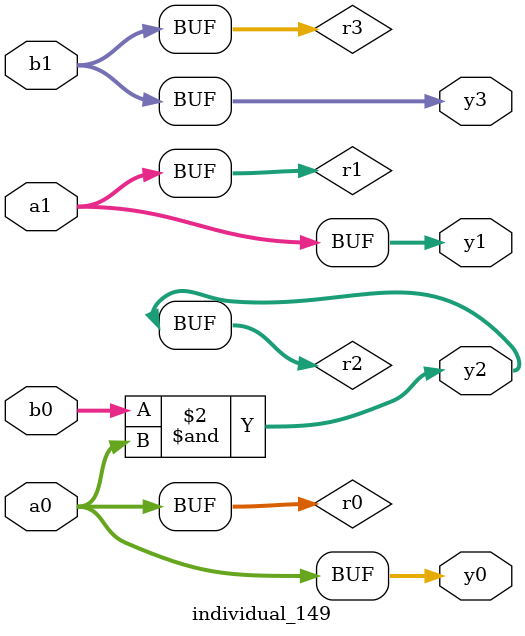
<source format=sv>
module individual_149(input logic [15:0] a1, input logic [15:0] a0, input logic [15:0] b1, input logic [15:0] b0, output logic [15:0] y3, output logic [15:0] y2, output logic [15:0] y1, output logic [15:0] y0);
logic [15:0] r0, r1, r2, r3; 
 always@(*) begin 
	 r0 = a0; r1 = a1; r2 = b0; r3 = b1; 
 	 r2  &=  r0 ;
 	 y3 = r3; y2 = r2; y1 = r1; y0 = r0; 
end
endmodule
</source>
